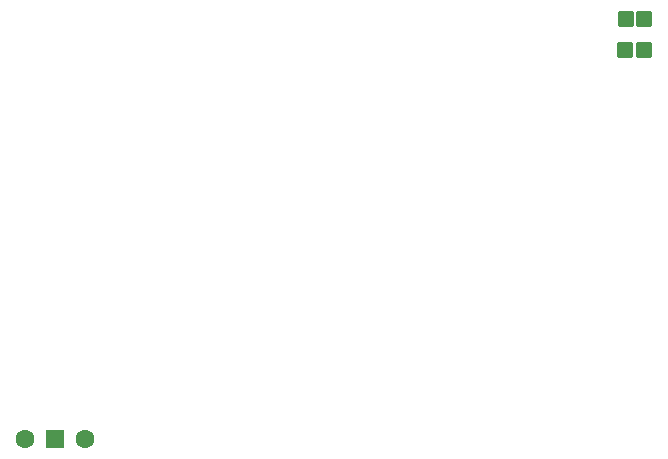
<source format=gbs>
%TF.GenerationSoftware,KiCad,Pcbnew,9.0.3*%
%TF.CreationDate,2025-08-10T18:34:40+03:00*%
%TF.ProjectId,Back,4261636b-2e6b-4696-9361-645f70636258,rev?*%
%TF.SameCoordinates,Original*%
%TF.FileFunction,Soldermask,Bot*%
%TF.FilePolarity,Negative*%
%FSLAX46Y46*%
G04 Gerber Fmt 4.6, Leading zero omitted, Abs format (unit mm)*
G04 Created by KiCad (PCBNEW 9.0.3) date 2025-08-10 18:34:40*
%MOMM*%
%LPD*%
G01*
G04 APERTURE LIST*
G04 Aperture macros list*
%AMRoundRect*
0 Rectangle with rounded corners*
0 $1 Rounding radius*
0 $2 $3 $4 $5 $6 $7 $8 $9 X,Y pos of 4 corners*
0 Add a 4 corners polygon primitive as box body*
4,1,4,$2,$3,$4,$5,$6,$7,$8,$9,$2,$3,0*
0 Add four circle primitives for the rounded corners*
1,1,$1+$1,$2,$3*
1,1,$1+$1,$4,$5*
1,1,$1+$1,$6,$7*
1,1,$1+$1,$8,$9*
0 Add four rect primitives between the rounded corners*
20,1,$1+$1,$2,$3,$4,$5,0*
20,1,$1+$1,$4,$5,$6,$7,0*
20,1,$1+$1,$6,$7,$8,$9,0*
20,1,$1+$1,$8,$9,$2,$3,0*%
G04 Aperture macros list end*
%ADD10R,1.500000X1.500000*%
%ADD11C,1.600000*%
%ADD12RoundRect,0.140000X0.560000X-0.560000X0.560000X0.560000X-0.560000X0.560000X-0.560000X-0.560000X0*%
G04 APERTURE END LIST*
D10*
%TO.C,SW12*%
X129285000Y-89400000D03*
D11*
X126745000Y-89400000D03*
X131825000Y-89400000D03*
%TD*%
D12*
%TO.C,SW14*%
X177540000Y-56500000D03*
X177560000Y-53850000D03*
X179140000Y-56490000D03*
X179140000Y-53870000D03*
%TD*%
M02*

</source>
